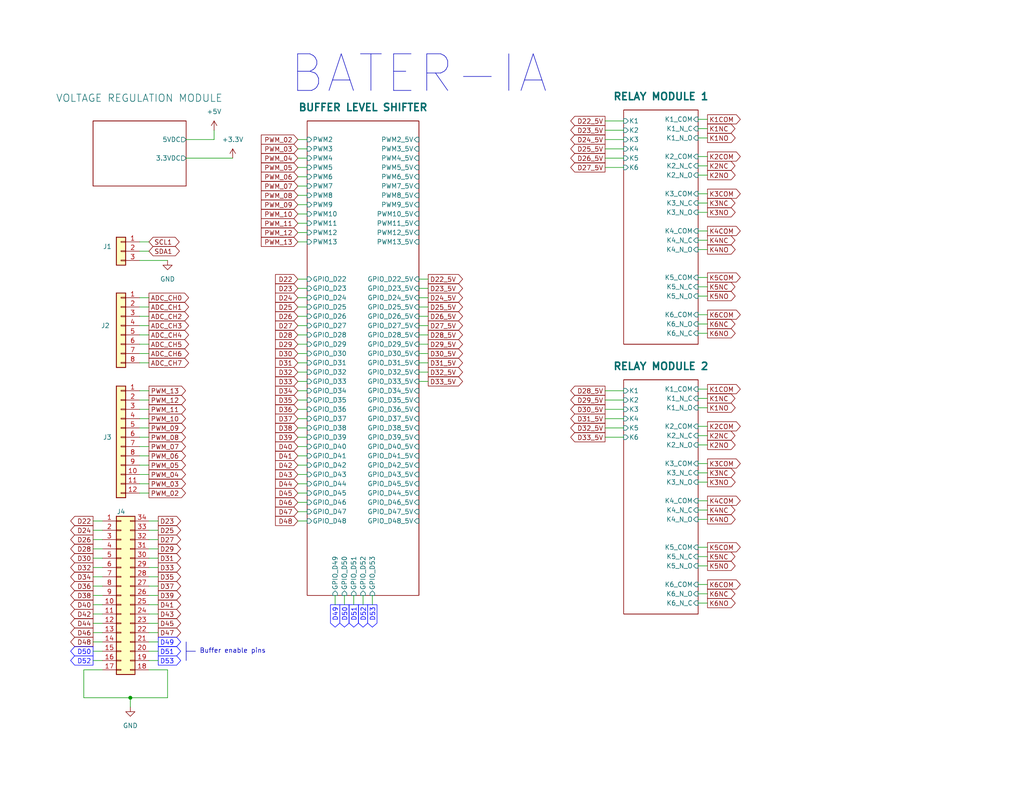
<source format=kicad_sch>
(kicad_sch (version 20231120) (generator "eeschema") (generator_version "8.0")
  (paper "A")
  (title_block (title "BATER-IA") (date "2024-11-03") (rev "001") (company "CETI") (comment 1 "Proyecto de titulacion") (comment 2 "Diseño Electronico y Sistemas Inteligentes"))
  (lib_symbols
    (symbol "Connector_Generic:Conn_01x03" (pin_names (offset 1.016) hide)
      (property "Reference" "J" (at 0 5.08 0))
      (property "Value" "Conn_01x03" (at 0 -5.08 0))
      (symbol "Conn_01x03_1_1"
        (rectangle (start -1.27 -2.413) (end 0 -2.667) (stroke (width 0.1524)))
        (rectangle (start -1.27 0.127) (end 0 -0.127) (stroke (width 0.1524)))
        (rectangle (start -1.27 2.667) (end 0 2.413) (stroke (width 0.1524)))
        (rectangle (start -1.27 3.81) (end 1.27 -3.81) (stroke (width 0.254)) (fill (type background)))
        (pin passive line (at -5.08 2.54 0) (length 3.81) (name "Pin_1") (number "1"))
        (pin passive line (at -5.08 0 0) (length 3.81) (name "Pin_2") (number "2"))
        (pin passive line (at -5.08 -2.54 0) (length 3.81) (name "Pin_3") (number "3"))
      )
    )
    (symbol "Connector_Generic:Conn_01x08" (pin_names (offset 1.016) hide)
      (property "Reference" "J" (at 0 10.16 0))
      (property "Value" "Conn_01x08" (at 0 -12.7 0))
      (symbol "Conn_01x08_1_1"
        (rectangle (start -1.27 -10.033) (end 0 -10.287) (stroke (width 0.1524)))
        (rectangle (start -1.27 -7.493) (end 0 -7.747) (stroke (width 0.1524)))
        (rectangle (start -1.27 -4.953) (end 0 -5.207) (stroke (width 0.1524)))
        (rectangle (start -1.27 -2.413) (end 0 -2.667) (stroke (width 0.1524)))
        (rectangle (start -1.27 0.127) (end 0 -0.127) (stroke (width 0.1524)))
        (rectangle (start -1.27 2.667) (end 0 2.413) (stroke (width 0.1524)))
        (rectangle (start -1.27 5.207) (end 0 4.953) (stroke (width 0.1524)))
        (rectangle (start -1.27 7.747) (end 0 7.493) (stroke (width 0.1524)))
        (rectangle (start -1.27 8.89) (end 1.27 -11.43) (stroke (width 0.254)) (fill (type background)))
        (pin passive line (at -5.08 7.62 0) (length 3.81) (name "Pin_1") (number "1"))
        (pin passive line (at -5.08 5.08 0) (length 3.81) (name "Pin_2") (number "2"))
        (pin passive line (at -5.08 2.54 0) (length 3.81) (name "Pin_3") (number "3"))
        (pin passive line (at -5.08 0 0) (length 3.81) (name "Pin_4") (number "4"))
        (pin passive line (at -5.08 -2.54 0) (length 3.81) (name "Pin_5") (number "5"))
        (pin passive line (at -5.08 -5.08 0) (length 3.81) (name "Pin_6") (number "6"))
        (pin passive line (at -5.08 -7.62 0) (length 3.81) (name "Pin_7") (number "7"))
        (pin passive line (at -5.08 -10.16 0) (length 3.81) (name "Pin_8") (number "8"))
      )
    )
    (symbol "Connector_Generic:Conn_01x12" (pin_names (offset 1.016) hide)
      (property "Reference" "J" (at 0 15.24 0))
      (property "Value" "Conn_01x12" (at 0 -17.78 0))
      (symbol "Conn_01x12_1_1"
        (rectangle (start -1.27 -15.113) (end 0 -15.367) (stroke (width 0.1524)))
        (rectangle (start -1.27 -12.573) (end 0 -12.827) (stroke (width 0.1524)))
        (rectangle (start -1.27 -10.033) (end 0 -10.287) (stroke (width 0.1524)))
        (rectangle (start -1.27 -7.493) (end 0 -7.747) (stroke (width 0.1524)))
        (rectangle (start -1.27 -4.953) (end 0 -5.207) (stroke (width 0.1524)))
        (rectangle (start -1.27 -2.413) (end 0 -2.667) (stroke (width 0.1524)))
        (rectangle (start -1.27 0.127) (end 0 -0.127) (stroke (width 0.1524)))
        (rectangle (start -1.27 2.667) (end 0 2.413) (stroke (width 0.1524)))
        (rectangle (start -1.27 5.207) (end 0 4.953) (stroke (width 0.1524)))
        (rectangle (start -1.27 7.747) (end 0 7.493) (stroke (width 0.1524)))
        (rectangle (start -1.27 10.287) (end 0 10.033) (stroke (width 0.1524)))
        (rectangle (start -1.27 12.827) (end 0 12.573) (stroke (width 0.1524)))
        (rectangle (start -1.27 13.97) (end 1.27 -16.51) (stroke (width 0.254)) (fill (type background)))
        (pin passive line (at -5.08 12.7 0) (length 3.81) (name "Pin_1") (number "1"))
        (pin passive line (at -5.08 -10.16 0) (length 3.81) (name "Pin_10") (number "10"))
        (pin passive line (at -5.08 -12.7 0) (length 3.81) (name "Pin_11") (number "11"))
        (pin passive line (at -5.08 -15.24 0) (length 3.81) (name "Pin_12") (number "12"))
        (pin passive line (at -5.08 10.16 0) (length 3.81) (name "Pin_2") (number "2"))
        (pin passive line (at -5.08 7.62 0) (length 3.81) (name "Pin_3") (number "3"))
        (pin passive line (at -5.08 5.08 0) (length 3.81) (name "Pin_4") (number "4"))
        (pin passive line (at -5.08 2.54 0) (length 3.81) (name "Pin_5") (number "5"))
        (pin passive line (at -5.08 0 0) (length 3.81) (name "Pin_6") (number "6"))
        (pin passive line (at -5.08 -2.54 0) (length 3.81) (name "Pin_7") (number "7"))
        (pin passive line (at -5.08 -5.08 0) (length 3.81) (name "Pin_8") (number "8"))
        (pin passive line (at -5.08 -7.62 0) (length 3.81) (name "Pin_9") (number "9"))
      )
    )
    (symbol "Connector_Generic:Conn_02x17_Counter_Clockwise" (pin_names (offset 1.016) hide)
      (property "Reference" "J" (at 1.27 22.86 0))
      (property "Value" "Conn_02x17_Counter_Clockwise" (at 1.27 -22.86 0))
      (symbol "Conn_02x17_Counter_Clockwise_1_1"
        (rectangle (start -1.27 -20.193) (end 0 -20.447) (stroke (width 0.1524)))
        (rectangle (start -1.27 -17.653) (end 0 -17.907) (stroke (width 0.1524)))
        (rectangle (start -1.27 -15.113) (end 0 -15.367) (stroke (width 0.1524)))
        (rectangle (start -1.27 -12.573) (end 0 -12.827) (stroke (width 0.1524)))
        (rectangle (start -1.27 -10.033) (end 0 -10.287) (stroke (width 0.1524)))
        (rectangle (start -1.27 -7.493) (end 0 -7.747) (stroke (width 0.1524)))
        (rectangle (start -1.27 -4.953) (end 0 -5.207) (stroke (width 0.1524)))
        (rectangle (start -1.27 -2.413) (end 0 -2.667) (stroke (width 0.1524)))
        (rectangle (start -1.27 0.127) (end 0 -0.127) (stroke (width 0.1524)))
        (rectangle (start -1.27 2.667) (end 0 2.413) (stroke (width 0.1524)))
        (rectangle (start -1.27 5.207) (end 0 4.953) (stroke (width 0.1524)))
        (rectangle (start -1.27 7.747) (end 0 7.493) (stroke (width 0.1524)))
        (rectangle (start -1.27 10.287) (end 0 10.033) (stroke (width 0.1524)))
        (rectangle (start -1.27 12.827) (end 0 12.573) (stroke (width 0.1524)))
        (rectangle (start -1.27 15.367) (end 0 15.113) (stroke (width 0.1524)))
        (rectangle (start -1.27 17.907) (end 0 17.653) (stroke (width 0.1524)))
        (rectangle (start -1.27 20.447) (end 0 20.193) (stroke (width 0.1524)))
        (rectangle (start -1.27 21.59) (end 3.81 -21.59) (stroke (width 0.254)) (fill (type background)))
        (rectangle (start 3.81 -20.193) (end 2.54 -20.447) (stroke (width 0.1524)))
        (rectangle (start 3.81 -17.653) (end 2.54 -17.907) (stroke (width 0.1524)))
        (rectangle (start 3.81 -15.113) (end 2.54 -15.367) (stroke (width 0.1524)))
        (rectangle (start 3.81 -12.573) (end 2.54 -12.827) (stroke (width 0.1524)))
        (rectangle (start 3.81 -10.033) (end 2.54 -10.287) (stroke (width 0.1524)))
        (rectangle (start 3.81 -7.493) (end 2.54 -7.747) (stroke (width 0.1524)))
        (rectangle (start 3.81 -4.953) (end 2.54 -5.207) (stroke (width 0.1524)))
        (rectangle (start 3.81 -2.413) (end 2.54 -2.667) (stroke (width 0.1524)))
        (rectangle (start 3.81 0.127) (end 2.54 -0.127) (stroke (width 0.1524)))
        (rectangle (start 3.81 2.667) (end 2.54 2.413) (stroke (width 0.1524)))
        (rectangle (start 3.81 5.207) (end 2.54 4.953) (stroke (width 0.1524)))
        (rectangle (start 3.81 7.747) (end 2.54 7.493) (stroke (width 0.1524)))
        (rectangle (start 3.81 10.287) (end 2.54 10.033) (stroke (width 0.1524)))
        (rectangle (start 3.81 12.827) (end 2.54 12.573) (stroke (width 0.1524)))
        (rectangle (start 3.81 15.367) (end 2.54 15.113) (stroke (width 0.1524)))
        (rectangle (start 3.81 17.907) (end 2.54 17.653) (stroke (width 0.1524)))
        (rectangle (start 3.81 20.447) (end 2.54 20.193) (stroke (width 0.1524)))
        (pin passive line (at -5.08 20.32 0) (length 3.81) (name "Pin_1") (number "1"))
        (pin passive line (at -5.08 -2.54 0) (length 3.81) (name "Pin_10") (number "10"))
        (pin passive line (at -5.08 -5.08 0) (length 3.81) (name "Pin_11") (number "11"))
        (pin passive line (at -5.08 -7.62 0) (length 3.81) (name "Pin_12") (number "12"))
        (pin passive line (at -5.08 -10.16 0) (length 3.81) (name "Pin_13") (number "13"))
        (pin passive line (at -5.08 -12.7 0) (length 3.81) (name "Pin_14") (number "14"))
        (pin passive line (at -5.08 -15.24 0) (length 3.81) (name "Pin_15") (number "15"))
        (pin passive line (at -5.08 -17.78 0) (length 3.81) (name "Pin_16") (number "16"))
        (pin passive line (at -5.08 -20.32 0) (length 3.81) (name "Pin_17") (number "17"))
        (pin passive line (at 7.62 -20.32 180) (length 3.81) (name "Pin_18") (number "18"))
        (pin passive line (at 7.62 -17.78 180) (length 3.81) (name "Pin_19") (number "19"))
        (pin passive line (at -5.08 17.78 0) (length 3.81) (name "Pin_2") (number "2"))
        (pin passive line (at 7.62 -15.24 180) (length 3.81) (name "Pin_20") (number "20"))
        (pin passive line (at 7.62 -12.7 180) (length 3.81) (name "Pin_21") (number "21"))
        (pin passive line (at 7.62 -10.16 180) (length 3.81) (name "Pin_22") (number "22"))
        (pin passive line (at 7.62 -7.62 180) (length 3.81) (name "Pin_23") (number "23"))
        (pin passive line (at 7.62 -5.08 180) (length 3.81) (name "Pin_24") (number "24"))
        (pin passive line (at 7.62 -2.54 180) (length 3.81) (name "Pin_25") (number "25"))
        (pin passive line (at 7.62 0 180) (length 3.81) (name "Pin_26") (number "26"))
        (pin passive line (at 7.62 2.54 180) (length 3.81) (name "Pin_27") (number "27"))
        (pin passive line (at 7.62 5.08 180) (length 3.81) (name "Pin_28") (number "28"))
        (pin passive line (at 7.62 7.62 180) (length 3.81) (name "Pin_29") (number "29"))
        (pin passive line (at -5.08 15.24 0) (length 3.81) (name "Pin_3") (number "3"))
        (pin passive line (at 7.62 10.16 180) (length 3.81) (name "Pin_30") (number "30"))
        (pin passive line (at 7.62 12.7 180) (length 3.81) (name "Pin_31") (number "31"))
        (pin passive line (at 7.62 15.24 180) (length 3.81) (name "Pin_32") (number "32"))
        (pin passive line (at 7.62 17.78 180) (length 3.81) (name "Pin_33") (number "33"))
        (pin passive line (at 7.62 20.32 180) (length 3.81) (name "Pin_34") (number "34"))
        (pin passive line (at -5.08 12.7 0) (length 3.81) (name "Pin_4") (number "4"))
        (pin passive line (at -5.08 10.16 0) (length 3.81) (name "Pin_5") (number "5"))
        (pin passive line (at -5.08 7.62 0) (length 3.81) (name "Pin_6") (number "6"))
        (pin passive line (at -5.08 5.08 0) (length 3.81) (name "Pin_7") (number "7"))
        (pin passive line (at -5.08 2.54 0) (length 3.81) (name "Pin_8") (number "8"))
        (pin passive line (at -5.08 0 0) (length 3.81) (name "Pin_9") (number "9"))
      )
    )
    (symbol "power:+3.3V" (power) (pin_numbers hide) (pin_names (offset 0) hide)
      (property "Value" "+3.3V" (at 0 3.556 0))
      (symbol "+3.3V_0_1"
        (polyline (pts (xy -0.762 1.27) (xy 0 2.54)))
        (polyline (pts (xy 0 0) (xy 0 2.54)))
        (polyline (pts (xy 0 2.54) (xy 0.762 1.27)))
      )
      (symbol "+3.3V_1_1"
        (pin power_in line (at 0 0 90) (length 0) (name "~") (number "1"))
      )
    )
    (symbol "power:+5V" (power) (pin_numbers hide) (pin_names (offset 0) hide)
      (property "Value" "+5V" (at 0 3.556 0))
      (symbol "+5V_0_1"
        (polyline (pts (xy -0.762 1.27) (xy 0 2.54)))
        (polyline (pts (xy 0 0) (xy 0 2.54)))
        (polyline (pts (xy 0 2.54) (xy 0.762 1.27)))
      )
      (symbol "+5V_1_1"
        (pin power_in line (at 0 0 90) (length 0) (name "~") (number "1"))
      )
    )
    (symbol "power:GND" (power) (pin_numbers hide) (pin_names (offset 0) hide)
      (property "Value" "GND" (at 0 -3.81 0))
      (symbol "GND_0_1"
        (polyline (pts (xy 0 0) (xy 0 -1.27) (xy 1.27 -1.27) (xy 0 -2.54) (xy -1.27 -1.27) (xy 0 -1.27)))
      )
      (symbol "GND_1_1"
        (pin power_in line (at 0 0 270) (length 0) (name "~") (number "1"))
      )
    )
  )
  (junction (at 35.56 190.5))
  (wire (pts (xy 40.64 106.68) (xy 38.1 106.68)))
  (wire (pts (xy 165.1 40.64) (xy 170.18 40.64)))
  (wire (pts (xy 81.28 134.62) (xy 83.82 134.62)))
  (wire (pts (xy 193.04 32.58) (xy 190.5 32.58)))
  (wire (pts (xy 81.28 78.74) (xy 83.82 78.74)))
  (wire (pts (xy 193.04 149.42) (xy 190.5 149.42)))
  (wire (pts (xy 25.4 162.56) (xy 27.94 162.56)))
  (wire (pts (xy 81.28 48.26) (xy 83.82 48.26)))
  (wire (pts (xy 81.28 40.64) (xy 83.82 40.64)))
  (wire (pts (xy 165.1 38.1) (xy 170.18 38.1)))
  (wire (pts (xy 116.84 99.06) (xy 114.3 99.06)))
  (wire (pts (xy 193.04 75.76) (xy 190.5 75.76)))
  (wire (pts (xy 40.64 81.28) (xy 38.1 81.28)))
  (polyline (pts (xy 50.8 175.26) (xy 50.8 180.34)))
  (wire (pts (xy 193.04 63.06) (xy 190.5 63.06)))
  (wire (pts (xy 116.84 88.9) (xy 114.3 88.9)))
  (wire (pts (xy 193.04 126.56) (xy 190.5 126.56)))
  (wire (pts (xy 99.06 165.1) (xy 99.06 162.56)))
  (wire (pts (xy 81.28 55.88) (xy 83.82 55.88)))
  (wire (pts (xy 58.42 35.56) (xy 58.42 38.1)))
  (wire (pts (xy 190.5 164.66) (xy 193.04 164.66)))
  (wire (pts (xy 190.5 68.14) (xy 193.04 68.14)))
  (wire (pts (xy 27.94 182.88) (xy 22.86 182.88)))
  (wire (pts (xy 40.64 86.36) (xy 38.1 86.36)))
  (wire (pts (xy 22.86 190.5) (xy 35.56 190.5)))
  (wire (pts (xy 81.28 91.44) (xy 83.82 91.44)))
  (wire (pts (xy 116.84 83.82) (xy 114.3 83.82)))
  (wire (pts (xy 43.18 154.94) (xy 40.64 154.94)))
  (wire (pts (xy 165.1 35.56) (xy 170.18 35.56)))
  (wire (pts (xy 25.4 172.72) (xy 27.94 172.72)))
  (wire (pts (xy 116.84 81.28) (xy 114.3 81.28)))
  (wire (pts (xy 165.1 33.02) (xy 170.18 33.02)))
  (wire (pts (xy 165.1 45.72) (xy 170.18 45.72)))
  (wire (pts (xy 81.28 142.24) (xy 83.82 142.24)))
  (wire (pts (xy 81.28 38.1) (xy 83.82 38.1)))
  (wire (pts (xy 81.28 83.82) (xy 83.82 83.82)))
  (wire (pts (xy 116.84 76.2) (xy 114.3 76.2)))
  (wire (pts (xy 190.5 151.96) (xy 193.04 151.96)))
  (wire (pts (xy 101.6 165.1) (xy 101.6 162.56)))
  (wire (pts (xy 40.64 119.38) (xy 38.1 119.38)))
  (wire (pts (xy 40.64 96.52) (xy 38.1 96.52)))
  (wire (pts (xy 116.84 93.98) (xy 114.3 93.98)))
  (wire (pts (xy 190.5 37.66) (xy 193.04 37.66)))
  (wire (pts (xy 81.28 58.42) (xy 83.82 58.42)))
  (wire (pts (xy 116.84 78.74) (xy 114.3 78.74)))
  (wire (pts (xy 116.84 101.6) (xy 114.3 101.6)))
  (wire (pts (xy 50.8 38.1) (xy 58.42 38.1)))
  (wire (pts (xy 81.28 76.2) (xy 83.82 76.2)))
  (wire (pts (xy 116.84 96.52) (xy 114.3 96.52)))
  (wire (pts (xy 190.5 57.98) (xy 193.04 57.98)))
  (wire (pts (xy 25.4 152.4) (xy 27.94 152.4)))
  (wire (pts (xy 93.98 165.1) (xy 93.98 162.56)))
  (wire (pts (xy 22.86 182.88) (xy 22.86 190.5)))
  (wire (pts (xy 165.1 114.3) (xy 170.18 114.3)))
  (wire (pts (xy 40.64 121.92) (xy 38.1 121.92)))
  (wire (pts (xy 190.5 91) (xy 193.04 91)))
  (wire (pts (xy 81.28 99.06) (xy 83.82 99.06)))
  (wire (pts (xy 190.5 80.84) (xy 193.04 80.84)))
  (wire (pts (xy 38.1 129.54) (xy 40.64 129.54)))
  (wire (pts (xy 81.28 66.04) (xy 83.82 66.04)))
  (wire (pts (xy 193.04 116.4) (xy 190.5 116.4)))
  (wire (pts (xy 193.04 42.74) (xy 190.5 42.74)))
  (wire (pts (xy 43.18 149.86) (xy 40.64 149.86)))
  (wire (pts (xy 45.72 190.5) (xy 35.56 190.5)))
  (wire (pts (xy 81.28 63.5) (xy 83.82 63.5)))
  (wire (pts (xy 35.56 190.5) (xy 35.56 193.04)))
  (wire (pts (xy 25.4 165.1) (xy 27.94 165.1)))
  (wire (pts (xy 45.72 182.88) (xy 45.72 190.5)))
  (wire (pts (xy 81.28 60.96) (xy 83.82 60.96)))
  (wire (pts (xy 193.04 159.58) (xy 190.5 159.58)))
  (wire (pts (xy 40.64 127) (xy 38.1 127)))
  (wire (pts (xy 40.64 88.9) (xy 38.1 88.9)))
  (wire (pts (xy 81.28 121.92) (xy 83.82 121.92)))
  (wire (pts (xy 81.28 88.9) (xy 83.82 88.9)))
  (wire (pts (xy 193.04 52.9) (xy 190.5 52.9)))
  (wire (pts (xy 25.4 157.48) (xy 27.94 157.48)))
  (wire (pts (xy 81.28 45.72) (xy 83.82 45.72)))
  (wire (pts (xy 40.64 124.46) (xy 38.1 124.46)))
  (wire (pts (xy 81.28 137.16) (xy 83.82 137.16)))
  (wire (pts (xy 25.4 175.26) (xy 27.94 175.26)))
  (wire (pts (xy 43.18 157.48) (xy 40.64 157.48)))
  (wire (pts (xy 25.4 149.86) (xy 27.94 149.86)))
  (wire (pts (xy 81.28 104.14) (xy 83.82 104.14)))
  (wire (pts (xy 43.18 177.8) (xy 40.64 177.8)))
  (wire (pts (xy 165.1 106.68) (xy 170.18 106.68)))
  (wire (pts (xy 25.4 160.02) (xy 27.94 160.02)))
  (polyline (pts (xy 50.8 177.8) (xy 53.34 177.8)))
  (wire (pts (xy 190.5 108.78) (xy 193.04 108.78)))
  (wire (pts (xy 81.28 109.22) (xy 83.82 109.22)))
  (wire (pts (xy 81.28 129.54) (xy 83.82 129.54)))
  (wire (pts (xy 81.28 116.84) (xy 83.82 116.84)))
  (wire (pts (xy 25.4 142.24) (xy 27.94 142.24)))
  (wire (pts (xy 43.18 165.1) (xy 40.64 165.1)))
  (wire (pts (xy 81.28 124.46) (xy 83.82 124.46)))
  (wire (pts (xy 81.28 139.7) (xy 83.82 139.7)))
  (wire (pts (xy 190.5 141.8) (xy 193.04 141.8)))
  (wire (pts (xy 40.64 182.88) (xy 45.72 182.88)))
  (wire (pts (xy 190.5 131.64) (xy 193.04 131.64)))
  (wire (pts (xy 116.84 91.44) (xy 114.3 91.44)))
  (wire (pts (xy 50.8 43.18) (xy 63.5 43.18)))
  (wire (pts (xy 40.64 114.3) (xy 38.1 114.3)))
  (wire (pts (xy 96.52 165.1) (xy 96.52 162.56)))
  (wire (pts (xy 43.18 162.56) (xy 40.64 162.56)))
  (wire (pts (xy 38.1 71.12) (xy 45.72 71.12)))
  (wire (pts (xy 40.64 111.76) (xy 38.1 111.76)))
  (wire (pts (xy 25.4 144.78) (xy 27.94 144.78)))
  (wire (pts (xy 91.44 165.1) (xy 91.44 162.56)))
  (wire (pts (xy 165.1 109.22) (xy 170.18 109.22)))
  (wire (pts (xy 40.64 109.22) (xy 38.1 109.22)))
  (wire (pts (xy 165.1 111.76) (xy 170.18 111.76)))
  (wire (pts (xy 190.5 47.82) (xy 193.04 47.82)))
  (wire (pts (xy 190.5 154.5) (xy 193.04 154.5)))
  (wire (pts (xy 25.4 154.94) (xy 27.94 154.94)))
  (wire (pts (xy 165.1 43.18) (xy 170.18 43.18)))
  (wire (pts (xy 43.18 147.32) (xy 40.64 147.32)))
  (wire (pts (xy 40.64 91.44) (xy 38.1 91.44)))
  (wire (pts (xy 40.64 83.82) (xy 38.1 83.82)))
  (wire (pts (xy 81.28 114.3) (xy 83.82 114.3)))
  (wire (pts (xy 81.28 106.68) (xy 83.82 106.68)))
  (wire (pts (xy 81.28 81.28) (xy 83.82 81.28)))
  (wire (pts (xy 40.64 99.06) (xy 38.1 99.06)))
  (wire (pts (xy 43.18 170.18) (xy 40.64 170.18)))
  (wire (pts (xy 38.1 132.08) (xy 40.64 132.08)))
  (wire (pts (xy 25.4 180.34) (xy 27.94 180.34)))
  (wire (pts (xy 25.4 177.8) (xy 27.94 177.8)))
  (wire (pts (xy 190.5 65.6) (xy 193.04 65.6)))
  (wire (pts (xy 43.18 144.78) (xy 40.64 144.78)))
  (wire (pts (xy 38.1 134.62) (xy 40.64 134.62)))
  (wire (pts (xy 81.28 111.76) (xy 83.82 111.76)))
  (wire (pts (xy 190.5 121.48) (xy 193.04 121.48)))
  (wire (pts (xy 43.18 175.26) (xy 40.64 175.26)))
  (wire (pts (xy 25.4 170.18) (xy 27.94 170.18)))
  (wire (pts (xy 190.5 88.46) (xy 193.04 88.46)))
  (wire (pts (xy 190.5 139.26) (xy 193.04 139.26)))
  (wire (pts (xy 25.4 147.32) (xy 27.94 147.32)))
  (wire (pts (xy 81.28 96.52) (xy 83.82 96.52)))
  (wire (pts (xy 193.04 106.24) (xy 190.5 106.24)))
  (wire (pts (xy 81.28 119.38) (xy 83.82 119.38)))
  (wire (pts (xy 165.1 119.38) (xy 170.18 119.38)))
  (wire (pts (xy 165.1 116.84) (xy 170.18 116.84)))
  (wire (pts (xy 43.18 172.72) (xy 40.64 172.72)))
  (wire (pts (xy 193.04 136.72) (xy 190.5 136.72)))
  (wire (pts (xy 40.64 116.84) (xy 38.1 116.84)))
  (wire (pts (xy 81.28 93.98) (xy 83.82 93.98)))
  (wire (pts (xy 190.5 111.32) (xy 193.04 111.32)))
  (wire (pts (xy 190.5 35.12) (xy 193.04 35.12)))
  (wire (pts (xy 116.84 86.36) (xy 114.3 86.36)))
  (wire (pts (xy 81.28 43.18) (xy 83.82 43.18)))
  (wire (pts (xy 116.84 104.14) (xy 114.3 104.14)))
  (wire (pts (xy 40.64 66.04) (xy 38.1 66.04)))
  (wire (pts (xy 81.28 50.8) (xy 83.82 50.8)))
  (wire (pts (xy 190.5 129.1) (xy 193.04 129.1)))
  (wire (pts (xy 190.5 118.94) (xy 193.04 118.94)))
  (wire (pts (xy 25.4 167.64) (xy 27.94 167.64)))
  (wire (pts (xy 43.18 142.24) (xy 40.64 142.24)))
  (wire (pts (xy 81.28 127) (xy 83.82 127)))
  (wire (pts (xy 81.28 101.6) (xy 83.82 101.6)))
  (wire (pts (xy 40.64 93.98) (xy 38.1 93.98)))
  (wire (pts (xy 40.64 68.58) (xy 38.1 68.58)))
  (wire (pts (xy 43.18 160.02) (xy 40.64 160.02)))
  (wire (pts (xy 190.5 78.3) (xy 193.04 78.3)))
  (wire (pts (xy 190.5 162.12) (xy 193.04 162.12)))
  (wire (pts (xy 190.5 45.28) (xy 193.04 45.28)))
  (wire (pts (xy 43.18 180.34) (xy 40.64 180.34)))
  (wire (pts (xy 43.18 167.64) (xy 40.64 167.64)))
  (wire (pts (xy 193.04 85.92) (xy 190.5 85.92)))
  (wire (pts (xy 43.18 152.4) (xy 40.64 152.4)))
  (wire (pts (xy 190.5 55.44) (xy 193.04 55.44)))
  (wire (pts (xy 81.28 86.36) (xy 83.82 86.36)))
  (wire (pts (xy 81.28 132.08) (xy 83.82 132.08)))
  (wire (pts (xy 81.28 53.34) (xy 83.82 53.34)))
  (text "Buffer enable pins\n" (at 63.5 177.8 0) (effects (font (size 1.27 1.27))))
  (text "BATER-IA\n" (at 114.3 20.32 0) (effects (font (size 10 10))))
  (global_label "D34" (shape output) (at 25.4 157.48 180) (property "Intersheetrefs" "${INTERSHEET_REFS}" (effects (hide yes))))
  (global_label "D26_5V" (shape output) (at 116.84 86.36 0) (property "Intersheetrefs" "${INTERSHEET_REFS}" (effects (hide yes))))
  (global_label "D46" (shape output) (at 25.4 172.72 180) (property "Intersheetrefs" "${INTERSHEET_REFS}" (effects (hide yes))))
  (global_label "K4COM" (shape output) (at 193.04 63.06 0) (property "Intersheetrefs" "${INTERSHEET_REFS}" (effects (hide yes))))
  (global_label "D29" (shape input) (at 81.28 93.98 180) (property "Intersheetrefs" "${INTERSHEET_REFS}" (effects (hide yes))))
  (global_label "D31" (shape input) (at 81.28 99.06 180) (property "Intersheetrefs" "${INTERSHEET_REFS}" (effects (hide yes))))
  (global_label "D51" (shape output) (at 96.52 165.1 270) (property "Intersheetrefs" "${INTERSHEET_REFS}" (effects (hide yes))))
  (global_label "D28" (shape input) (at 81.28 91.44 180) (property "Intersheetrefs" "${INTERSHEET_REFS}" (effects (hide yes))))
  (global_label "D48" (shape input) (at 81.28 142.24 180) (property "Intersheetrefs" "${INTERSHEET_REFS}" (effects (hide yes))))
  (global_label "D44" (shape input) (at 81.28 132.08 180) (property "Intersheetrefs" "${INTERSHEET_REFS}" (effects (hide yes))))
  (global_label "D37" (shape input) (at 81.28 114.3 180) (property "Intersheetrefs" "${INTERSHEET_REFS}" (effects (hide yes))))
  (global_label "K4COM" (shape output) (at 193.04 136.72 0) (property "Intersheetrefs" "${INTERSHEET_REFS}" (effects (hide yes))))
  (global_label "ADC_CH5" (shape output) (at 40.64 93.98 0) (property "Intersheetrefs" "${INTERSHEET_REFS}" (effects (hide yes))))
  (global_label "D25" (shape input) (at 81.28 83.82 180) (property "Intersheetrefs" "${INTERSHEET_REFS}" (effects (hide yes))))
  (global_label "K6NO" (shape output) (at 193.04 91 0) (property "Intersheetrefs" "${INTERSHEET_REFS}" (effects (hide yes))))
  (global_label "D26_5V" (shape output) (at 165.1 43.18 180) (property "Intersheetrefs" "${INTERSHEET_REFS}" (effects (hide yes))))
  (global_label "D27" (shape output) (at 43.18 147.32 0) (property "Intersheetrefs" "${INTERSHEET_REFS}" (effects (hide yes))))
  (global_label "D36" (shape output) (at 25.4 160.02 180) (property "Intersheetrefs" "${INTERSHEET_REFS}" (effects (hide yes))))
  (global_label "D52" (shape output) (at 99.06 165.1 270) (property "Intersheetrefs" "${INTERSHEET_REFS}" (effects (hide yes))))
  (global_label "D50" (shape output) (at 93.98 165.1 270) (property "Intersheetrefs" "${INTERSHEET_REFS}" (effects (hide yes))))
  (global_label "D35" (shape output) (at 43.18 157.48 0) (property "Intersheetrefs" "${INTERSHEET_REFS}" (effects (hide yes))))
  (global_label "D50" (shape output) (at 25.4 177.8 180) (property "Intersheetrefs" "${INTERSHEET_REFS}" (effects (hide yes))))
  (global_label "D28_5V" (shape output) (at 116.84 91.44 0) (property "Intersheetrefs" "${INTERSHEET_REFS}" (effects (hide yes))))
  (global_label "K2NO" (shape output) (at 193.04 47.82 0) (property "Intersheetrefs" "${INTERSHEET_REFS}" (effects (hide yes))))
  (global_label "D24_5V" (shape output) (at 116.84 81.28 0) (property "Intersheetrefs" "${INTERSHEET_REFS}" (effects (hide yes))))
  (global_label "K1COM" (shape output) (at 193.04 32.58 0) (property "Intersheetrefs" "${INTERSHEET_REFS}" (effects (hide yes))))
  (global_label "PWM_07" (shape output) (at 40.64 121.92 0) (property "Intersheetrefs" "${INTERSHEET_REFS}" (effects (hide yes))))
  (global_label "ADC_CH2" (shape output) (at 40.64 86.36 0) (property "Intersheetrefs" "${INTERSHEET_REFS}" (effects (hide yes))))
  (global_label "SCL1" (shape bidirectional) (at 40.64 66.04 0) (property "Intersheetrefs" "${INTERSHEET_REFS}" (effects (hide yes))))
  (global_label "D51" (shape output) (at 43.18 177.8 0) (property "Intersheetrefs" "${INTERSHEET_REFS}" (effects (hide yes))))
  (global_label "D33_5V" (shape output) (at 165.1 119.38 180) (property "Intersheetrefs" "${INTERSHEET_REFS}" (effects (hide yes))))
  (global_label "D44" (shape output) (at 25.4 170.18 180) (property "Intersheetrefs" "${INTERSHEET_REFS}" (effects (hide yes))))
  (global_label "K6COM" (shape output) (at 193.04 159.58 0) (property "Intersheetrefs" "${INTERSHEET_REFS}" (effects (hide yes))))
  (global_label "K5NO" (shape output) (at 193.04 80.84 0) (property "Intersheetrefs" "${INTERSHEET_REFS}" (effects (hide yes))))
  (global_label "D33" (shape input) (at 81.28 104.14 180) (property "Intersheetrefs" "${INTERSHEET_REFS}" (effects (hide yes))))
  (global_label "PWM_11" (shape output) (at 40.64 111.76 0) (property "Intersheetrefs" "${INTERSHEET_REFS}" (effects (hide yes))))
  (global_label "D23_5V" (shape output) (at 116.84 78.74 0) (property "Intersheetrefs" "${INTERSHEET_REFS}" (effects (hide yes))))
  (global_label "D41" (shape input) (at 81.28 124.46 180) (property "Intersheetrefs" "${INTERSHEET_REFS}" (effects (hide yes))))
  (global_label "PWM_06" (shape output) (at 40.64 124.46 0) (property "Intersheetrefs" "${INTERSHEET_REFS}" (effects (hide yes))))
  (global_label "K5COM" (shape output) (at 193.04 75.76 0) (property "Intersheetrefs" "${INTERSHEET_REFS}" (effects (hide yes))))
  (global_label "D33_5V" (shape output) (at 116.84 104.14 0) (property "Intersheetrefs" "${INTERSHEET_REFS}" (effects (hide yes))))
  (global_label "D24_5V" (shape output) (at 165.1 38.1 180) (property "Intersheetrefs" "${INTERSHEET_REFS}" (effects (hide yes))))
  (global_label "ADC_CH7" (shape output) (at 40.64 99.06 0) (property "Intersheetrefs" "${INTERSHEET_REFS}" (effects (hide yes))))
  (global_label "K4NO" (shape output) (at 193.04 141.8 0) (property "Intersheetrefs" "${INTERSHEET_REFS}" (effects (hide yes))))
  (global_label "D29_5V" (shape output) (at 116.84 93.98 0) (property "Intersheetrefs" "${INTERSHEET_REFS}" (effects (hide yes))))
  (global_label "K2NC" (shape output) (at 193.04 45.28 0) (property "Intersheetrefs" "${INTERSHEET_REFS}" (effects (hide yes))))
  (global_label "D37" (shape output) (at 43.18 160.02 0) (property "Intersheetrefs" "${INTERSHEET_REFS}" (effects (hide yes))))
  (global_label "K5COM" (shape output) (at 193.04 149.42 0) (property "Intersheetrefs" "${INTERSHEET_REFS}" (effects (hide yes))))
  (global_label "PWM_04" (shape input) (at 81.28 43.18 180) (property "Intersheetrefs" "${INTERSHEET_REFS}" (effects (hide yes))))
  (global_label "D42" (shape input) (at 81.28 127 180) (property "Intersheetrefs" "${INTERSHEET_REFS}" (effects (hide yes))))
  (global_label "D45" (shape input) (at 81.28 134.62 180) (property "Intersheetrefs" "${INTERSHEET_REFS}" (effects (hide yes))))
  (global_label "D27_5V" (shape output) (at 165.1 45.72 180) (property "Intersheetrefs" "${INTERSHEET_REFS}" (effects (hide yes))))
  (global_label "D29_5V" (shape output) (at 165.1 109.22 180) (property "Intersheetrefs" "${INTERSHEET_REFS}" (effects (hide yes))))
  (global_label "D24" (shape input) (at 81.28 81.28 180) (property "Intersheetrefs" "${INTERSHEET_REFS}" (effects (hide yes))))
  (global_label "D36" (shape input) (at 81.28 111.76 180) (property "Intersheetrefs" "${INTERSHEET_REFS}" (effects (hide yes))))
  (global_label "D48" (shape output) (at 25.4 175.26 180) (property "Intersheetrefs" "${INTERSHEET_REFS}" (effects (hide yes))))
  (global_label "D32_5V" (shape output) (at 165.1 116.84 180) (property "Intersheetrefs" "${INTERSHEET_REFS}" (effects (hide yes))))
  (global_label "D29" (shape output) (at 43.18 149.86 0) (property "Intersheetrefs" "${INTERSHEET_REFS}" (effects (hide yes))))
  (global_label "PWM_12" (shape input) (at 81.28 63.5 180) (property "Intersheetrefs" "${INTERSHEET_REFS}" (effects (hide yes))))
  (global_label "PWM_10" (shape input) (at 81.28 58.42 180) (property "Intersheetrefs" "${INTERSHEET_REFS}" (effects (hide yes))))
  (global_label "D32_5V" (shape output) (at 116.84 101.6 0) (property "Intersheetrefs" "${INTERSHEET_REFS}" (effects (hide yes))))
  (global_label "D46" (shape input) (at 81.28 137.16 180) (property "Intersheetrefs" "${INTERSHEET_REFS}" (effects (hide yes))))
  (global_label "PWM_03" (shape input) (at 81.28 40.64 180) (property "Intersheetrefs" "${INTERSHEET_REFS}" (effects (hide yes))))
  (global_label "PWM_07" (shape input) (at 81.28 50.8 180) (property "Intersheetrefs" "${INTERSHEET_REFS}" (effects (hide yes))))
  (global_label "K1NO" (shape output) (at 193.04 37.66 0) (property "Intersheetrefs" "${INTERSHEET_REFS}" (effects (hide yes))))
  (global_label "K6NO" (shape output) (at 193.04 164.66 0) (property "Intersheetrefs" "${INTERSHEET_REFS}" (effects (hide yes))))
  (global_label "PWM_03" (shape output) (at 40.64 132.08 0) (property "Intersheetrefs" "${INTERSHEET_REFS}" (effects (hide yes))))
  (global_label "K6COM" (shape output) (at 193.04 85.92 0) (property "Intersheetrefs" "${INTERSHEET_REFS}" (effects (hide yes))))
  (global_label "K1NO" (shape output) (at 193.04 111.32 0) (property "Intersheetrefs" "${INTERSHEET_REFS}" (effects (hide yes))))
  (global_label "K4NO" (shape output) (at 193.04 68.14 0) (property "Intersheetrefs" "${INTERSHEET_REFS}" (effects (hide yes))))
  (global_label "K3NO" (shape output) (at 193.04 131.64 0) (property "Intersheetrefs" "${INTERSHEET_REFS}" (effects (hide yes))))
  (global_label "D25_5V" (shape output) (at 165.1 40.64 180) (property "Intersheetrefs" "${INTERSHEET_REFS}" (effects (hide yes))))
  (global_label "D34" (shape input) (at 81.28 106.68 180) (property "Intersheetrefs" "${INTERSHEET_REFS}" (effects (hide yes))))
  (global_label "PWM_02" (shape input) (at 81.28 38.1 180) (property "Intersheetrefs" "${INTERSHEET_REFS}" (effects (hide yes))))
  (global_label "ADC_CH0" (shape output) (at 40.64 81.28 0) (property "Intersheetrefs" "${INTERSHEET_REFS}" (effects (hide yes))))
  (global_label "PWM_05" (shape output) (at 40.64 127 0) (property "Intersheetrefs" "${INTERSHEET_REFS}" (effects (hide yes))))
  (global_label "D53" (shape output) (at 101.6 165.1 270) (property "Intersheetrefs" "${INTERSHEET_REFS}" (effects (hide yes))))
  (global_label "K2NC" (shape output) (at 193.04 118.94 0) (property "Intersheetrefs" "${INTERSHEET_REFS}" (effects (hide yes))))
  (global_label "D47" (shape input) (at 81.28 139.7 180) (property "Intersheetrefs" "${INTERSHEET_REFS}" (effects (hide yes))))
  (global_label "D52" (shape output) (at 25.4 180.34 180) (property "Intersheetrefs" "${INTERSHEET_REFS}" (effects (hide yes))))
  (global_label "ADC_CH6" (shape output) (at 40.64 96.52 0) (property "Intersheetrefs" "${INTERSHEET_REFS}" (effects (hide yes))))
  (global_label "K1COM" (shape output) (at 193.04 106.24 0) (property "Intersheetrefs" "${INTERSHEET_REFS}" (effects (hide yes))))
  (global_label "D22_5V" (shape output) (at 165.1 33.02 180) (property "Intersheetrefs" "${INTERSHEET_REFS}" (effects (hide yes))))
  (global_label "D47" (shape output) (at 43.18 172.72 0) (property "Intersheetrefs" "${INTERSHEET_REFS}" (effects (hide yes))))
  (global_label "D30_5V" (shape output) (at 116.84 96.52 0) (property "Intersheetrefs" "${INTERSHEET_REFS}" (effects (hide yes))))
  (global_label "D53" (shape output) (at 43.18 180.34 0) (property "Intersheetrefs" "${INTERSHEET_REFS}" (effects (hide yes))))
  (global_label "PWM_08" (shape input) (at 81.28 53.34 180) (property "Intersheetrefs" "${INTERSHEET_REFS}" (effects (hide yes))))
  (global_label "PWM_10" (shape output) (at 40.64 114.3 0) (property "Intersheetrefs" "${INTERSHEET_REFS}" (effects (hide yes))))
  (global_label "PWM_06" (shape input) (at 81.28 48.26 180) (property "Intersheetrefs" "${INTERSHEET_REFS}" (effects (hide yes))))
  (global_label "D23" (shape input) (at 81.28 78.74 180) (property "Intersheetrefs" "${INTERSHEET_REFS}" (effects (hide yes))))
  (global_label "D26" (shape input) (at 81.28 86.36 180) (property "Intersheetrefs" "${INTERSHEET_REFS}" (effects (hide yes))))
  (global_label "D40" (shape output) (at 25.4 165.1 180) (property "Intersheetrefs" "${INTERSHEET_REFS}" (effects (hide yes))))
  (global_label "D35" (shape input) (at 81.28 109.22 180) (property "Intersheetrefs" "${INTERSHEET_REFS}" (effects (hide yes))))
  (global_label "ADC_CH3" (shape output) (at 40.64 88.9 0) (property "Intersheetrefs" "${INTERSHEET_REFS}" (effects (hide yes))))
  (global_label "D30" (shape input) (at 81.28 96.52 180) (property "Intersheetrefs" "${INTERSHEET_REFS}" (effects (hide yes))))
  (global_label "D42" (shape output) (at 25.4 167.64 180) (property "Intersheetrefs" "${INTERSHEET_REFS}" (effects (hide yes))))
  (global_label "K6NC" (shape output) (at 193.04 162.12 0) (property "Intersheetrefs" "${INTERSHEET_REFS}" (effects (hide yes))))
  (global_label "D22" (shape output) (at 25.4 142.24 180) (property "Intersheetrefs" "${INTERSHEET_REFS}" (effects (hide yes))))
  (global_label "K3NC" (shape output) (at 193.04 55.44 0) (property "Intersheetrefs" "${INTERSHEET_REFS}" (effects (hide yes))))
  (global_label "D22" (shape input) (at 81.28 76.2 180) (property "Intersheetrefs" "${INTERSHEET_REFS}" (effects (hide yes))))
  (global_label "D23_5V" (shape output) (at 165.1 35.56 180) (property "Intersheetrefs" "${INTERSHEET_REFS}" (effects (hide yes))))
  (global_label "K4NC" (shape output) (at 193.04 139.26 0) (property "Intersheetrefs" "${INTERSHEET_REFS}" (effects (hide yes))))
  (global_label "D33" (shape output) (at 43.18 154.94 0) (property "Intersheetrefs" "${INTERSHEET_REFS}" (effects (hide yes))))
  (global_label "D38" (shape input) (at 81.28 116.84 180) (property "Intersheetrefs" "${INTERSHEET_REFS}" (effects (hide yes))))
  (global_label "SDA1" (shape bidirectional) (at 40.64 68.58 0) (property "Intersheetrefs" "${INTERSHEET_REFS}" (effects (hide yes))))
  (global_label "D43" (shape input) (at 81.28 129.54 180) (property "Intersheetrefs" "${INTERSHEET_REFS}" (effects (hide yes))))
  (global_label "D28" (shape output) (at 25.4 149.86 180) (property "Intersheetrefs" "${INTERSHEET_REFS}" (effects (hide yes))))
  (global_label "PWM_13" (shape output) (at 40.64 106.68 0) (property "Intersheetrefs" "${INTERSHEET_REFS}" (effects (hide yes))))
  (global_label "K1NC" (shape output) (at 193.04 35.12 0) (property "Intersheetrefs" "${INTERSHEET_REFS}" (effects (hide yes))))
  (global_label "PWM_02" (shape output) (at 40.64 134.62 0) (property "Intersheetrefs" "${INTERSHEET_REFS}" (effects (hide yes))))
  (global_label "D49" (shape output) (at 91.44 165.1 270) (property "Intersheetrefs" "${INTERSHEET_REFS}" (effects (hide yes))))
  (global_label "D23" (shape output) (at 43.18 142.24 0) (property "Intersheetrefs" "${INTERSHEET_REFS}" (effects (hide yes))))
  (global_label "D25_5V" (shape output) (at 116.84 83.82 0) (property "Intersheetrefs" "${INTERSHEET_REFS}" (effects (hide yes))))
  (global_label "K3NC" (shape output) (at 193.04 129.1 0) (property "Intersheetrefs" "${INTERSHEET_REFS}" (effects (hide yes))))
  (global_label "K2NO" (shape output) (at 193.04 121.48 0) (property "Intersheetrefs" "${INTERSHEET_REFS}" (effects (hide yes))))
  (global_label "K1NC" (shape output) (at 193.04 108.78 0) (property "Intersheetrefs" "${INTERSHEET_REFS}" (effects (hide yes))))
  (global_label "D24" (shape output) (at 25.4 144.78 180) (property "Intersheetrefs" "${INTERSHEET_REFS}" (effects (hide yes))))
  (global_label "K4NC" (shape output) (at 193.04 65.6 0) (property "Intersheetrefs" "${INTERSHEET_REFS}" (effects (hide yes))))
  (global_label "D32" (shape input) (at 81.28 101.6 180) (property "Intersheetrefs" "${INTERSHEET_REFS}" (effects (hide yes))))
  (global_label "D38" (shape output) (at 25.4 162.56 180) (property "Intersheetrefs" "${INTERSHEET_REFS}" (effects (hide yes))))
  (global_label "D30" (shape output) (at 25.4 152.4 180) (property "Intersheetrefs" "${INTERSHEET_REFS}" (effects (hide yes))))
  (global_label "ADC_CH1" (shape output) (at 40.64 83.82 0) (property "Intersheetrefs" "${INTERSHEET_REFS}" (effects (hide yes))))
  (global_label "D27_5V" (shape output) (at 116.84 88.9 0) (property "Intersheetrefs" "${INTERSHEET_REFS}" (effects (hide yes))))
  (global_label "PWM_13" (shape input) (at 81.28 66.04 180) (property "Intersheetrefs" "${INTERSHEET_REFS}" (effects (hide yes))))
  (global_label "K6NC" (shape output) (at 193.04 88.46 0) (property "Intersheetrefs" "${INTERSHEET_REFS}" (effects (hide yes))))
  (global_label "K3COM" (shape output) (at 193.04 52.9 0) (property "Intersheetrefs" "${INTERSHEET_REFS}" (effects (hide yes))))
  (global_label "D31" (shape output) (at 43.18 152.4 0) (property "Intersheetrefs" "${INTERSHEET_REFS}" (effects (hide yes))))
  (global_label "D32" (shape output) (at 25.4 154.94 180) (property "Intersheetrefs" "${INTERSHEET_REFS}" (effects (hide yes))))
  (global_label "D49" (shape output) (at 43.18 175.26 0) (property "Intersheetrefs" "${INTERSHEET_REFS}" (effects (hide yes))))
  (global_label "K5NC" (shape output) (at 193.04 151.96 0) (property "Intersheetrefs" "${INTERSHEET_REFS}" (effects (hide yes))))
  (global_label "D25" (shape output) (at 43.18 144.78 0) (property "Intersheetrefs" "${INTERSHEET_REFS}" (effects (hide yes))))
  (global_label "PWM_05" (shape input) (at 81.28 45.72 180) (property "Intersheetrefs" "${INTERSHEET_REFS}" (effects (hide yes))))
  (global_label "K2COM" (shape output) (at 193.04 42.74 0) (property "Intersheetrefs" "${INTERSHEET_REFS}" (effects (hide yes))))
  (global_label "ADC_CH4" (shape output) (at 40.64 91.44 0) (property "Intersheetrefs" "${INTERSHEET_REFS}" (effects (hide yes))))
  (global_label "K5NC" (shape output) (at 193.04 78.3 0) (property "Intersheetrefs" "${INTERSHEET_REFS}" (effects (hide yes))))
  (global_label "PWM_12" (shape output) (at 40.64 109.22 0) (property "Intersheetrefs" "${INTERSHEET_REFS}" (effects (hide yes))))
  (global_label "D31_5V" (shape output) (at 165.1 114.3 180) (property "Intersheetrefs" "${INTERSHEET_REFS}" (effects (hide yes))))
  (global_label "D43" (shape output) (at 43.18 167.64 0) (property "Intersheetrefs" "${INTERSHEET_REFS}" (effects (hide yes))))
  (global_label "D39" (shape output) (at 43.18 162.56 0) (property "Intersheetrefs" "${INTERSHEET_REFS}" (effects (hide yes))))
  (global_label "D22_5V" (shape output) (at 116.84 76.2 0) (property "Intersheetrefs" "${INTERSHEET_REFS}" (effects (hide yes))))
  (global_label "PWM_04" (shape output) (at 40.64 129.54 0) (property "Intersheetrefs" "${INTERSHEET_REFS}" (effects (hide yes))))
  (global_label "K2COM" (shape output) (at 193.04 116.4 0) (property "Intersheetrefs" "${INTERSHEET_REFS}" (effects (hide yes))))
  (global_label "K5NO" (shape output) (at 193.04 154.5 0) (property "Intersheetrefs" "${INTERSHEET_REFS}" (effects (hide yes))))
  (global_label "PWM_11" (shape input) (at 81.28 60.96 180) (property "Intersheetrefs" "${INTERSHEET_REFS}" (effects (hide yes))))
  (global_label "PWM_09" (shape input) (at 81.28 55.88 180) (property "Intersheetrefs" "${INTERSHEET_REFS}" (effects (hide yes))))
  (global_label "D40" (shape input) (at 81.28 121.92 180) (property "Intersheetrefs" "${INTERSHEET_REFS}" (effects (hide yes))))
  (global_label "K3COM" (shape output) (at 193.04 126.56 0) (property "Intersheetrefs" "${INTERSHEET_REFS}" (effects (hide yes))))
  (global_label "D41" (shape output) (at 43.18 165.1 0) (property "Intersheetrefs" "${INTERSHEET_REFS}" (effects (hide yes))))
  (global_label "D26" (shape output) (at 25.4 147.32 180) (property "Intersheetrefs" "${INTERSHEET_REFS}" (effects (hide yes))))
  (global_label "PWM_08" (shape output) (at 40.64 119.38 0) (property "Intersheetrefs" "${INTERSHEET_REFS}" (effects (hide yes))))
  (global_label "PWM_09" (shape output) (at 40.64 116.84 0) (property "Intersheetrefs" "${INTERSHEET_REFS}" (effects (hide yes))))
  (global_label "D27" (shape input) (at 81.28 88.9 180) (property "Intersheetrefs" "${INTERSHEET_REFS}" (effects (hide yes))))
  (global_label "D45" (shape output) (at 43.18 170.18 0) (property "Intersheetrefs" "${INTERSHEET_REFS}" (effects (hide yes))))
  (global_label "D28_5V" (shape output) (at 165.1 106.68 180) (property "Intersheetrefs" "${INTERSHEET_REFS}" (effects (hide yes))))
  (global_label "K3NO" (shape output) (at 193.04 57.98 0) (property "Intersheetrefs" "${INTERSHEET_REFS}" (effects (hide yes))))
  (global_label "D39" (shape input) (at 81.28 119.38 180) (property "Intersheetrefs" "${INTERSHEET_REFS}" (effects (hide yes))))
  (global_label "D31_5V" (shape output) (at 116.84 99.06 0) (property "Intersheetrefs" "${INTERSHEET_REFS}" (effects (hide yes))))
  (global_label "D30_5V" (shape output) (at 165.1 111.76 180) (property "Intersheetrefs" "${INTERSHEET_REFS}" (effects (hide yes))))
  (symbol (lib_id "power:GND") (at 35.56 193.04 0) (unit 1)
    (property "Reference" "#PWR018" (effects (hide yes)))
    (property "Value" "GND" (at 35.56 198.12 0))
    (property "Description" "Power symbol creates a global label with name \"GND\" , ground" (effects (hide yes)))
  )
  (symbol (lib_id "Connector_Generic:Conn_01x12") (at 33.02 119.38 0) (mirror y) (unit 1)
    (property "Reference" "J3" (at 30.48 119.3799 0) (effects (justify left)))
    (property "Value" "Conn_01x12" (effects (hide yes)))
    (property "Footprint" "Connector_PinHeader_2.54mm:PinHeader_1x12_P2.54mm_Vertical" (effects (hide yes)))
    (property "Description" "Generic connector, single row, 01x12, script generated (kicad-library-utils/schlib/autogen/connector/)" (effects (hide yes)))
  )
  (symbol (lib_id "power:+3.3V") (at 63.5 43.18 0) (unit 1)
    (property "Reference" "#PWR024" (effects (hide yes)))
    (property "Value" "+3.3V" (at 63.5 38.1 0))
    (property "Description" "Power symbol creates a global label with name \"+3.3V\"" (effects (hide yes)))
  )
  (symbol (lib_id "Connector_Generic:Conn_02x17_Counter_Clockwise") (at 33.02 162.56 0) (unit 1)
    (property "Reference" "J4" (at 33.02 139.7 0))
    (property "Value" "Conn_02x17_Counter_Clockwise" (effects (hide yes)))
    (property "Description" "Generic connector, double row, 02x17, counter clockwise pin numbering scheme (similar to DIP package numbering), script generated (kicad-library-utils/schlib/autogen/connector/)" (effects (hide yes)))
  )
  (symbol (lib_id "Connector_Generic:Conn_01x03") (at 33.02 68.58 0) (mirror y) (unit 1)
    (property "Reference" "J1" (at 30.48 67.3099 0) (effects (justify left)))
    (property "Value" "Conn_01x03" (effects (hide yes)))
    (property "Footprint" "Connector_PinHeader_2.54mm:PinHeader_1x03_P2.54mm_Vertical" (effects (hide yes)))
    (property "Description" "Generic connector, single row, 01x03, script generated (kicad-library-utils/schlib/autogen/connector/)" (effects (hide yes)))
  )
  (symbol (lib_id "power:GND") (at 45.72 71.12 0) (unit 1)
    (property "Reference" "#PWR016" (effects (hide yes)))
    (property "Value" "GND" (at 45.72 76.2 0))
    (property "Description" "Power symbol creates a global label with name \"GND\" , ground" (effects (hide yes)))
  )
  (symbol (lib_id "Connector_Generic:Conn_01x08") (at 33.02 88.9 0) (mirror y) (unit 1)
    (property "Reference" "J2" (at 29.95 88.8999 0) (effects (justify left)))
    (property "Value" "Conn_01x08" (effects (hide yes)))
    (property "Footprint" "Connector_PinHeader_2.54mm:PinHeader_1x08_P2.54mm_Vertical" (effects (hide yes)))
    (property "Description" "Generic connector, single row, 01x08, script generated (kicad-library-utils/schlib/autogen/connector/)" (effects (hide yes)))
  )
  (symbol (lib_id "power:+5V") (at 58.42 35.56 0) (unit 1)
    (property "Reference" "#PWR025" (effects (hide yes)))
    (property "Value" "+5V" (at 58.42 30.48 0))
    (property "Description" "Power symbol creates a global label with name \"+5V\"" (effects (hide yes)))
  )
  (sheet (at 170.18 30.04) (size 20.32 63.94) (stroke (width 0.1524))
    (property "Sheetname" "RELAY MODULE 1" (at 180.34 27.5 0) (effects (font (size 2 2) (thickness 0.4) (bold yes)) (justify bottom)))
    (property "Sheetfile" "RELAY_MODULE_1_REV1.kicad_sch" (effects (hide yes)))
    (pin "K4" input (at 170.18 40.64 180))
    (pin "K2" input (at 170.18 35.56 180))
    (pin "K1" input (at 170.18 33.02 180))
    (pin "K6" input (at 170.18 45.72 180))
    (pin "K3" input (at 170.18 38.1 180))
    (pin "K5" input (at 170.18 43.18 180))
    (pin "K3_COM" input (at 190.5 52.9 0))
    (pin "K2_COM" input (at 190.5 42.74 0))
    (pin "K3_N_C" input (at 190.5 55.44 0))
    (pin "K3_N_O" input (at 190.5 57.98 0))
    (pin "K1_COM" input (at 190.5 32.58 0))
    (pin "K1_N_C" input (at 190.5 35.12 0))
    (pin "K1_N_O" input (at 190.5 37.66 0))
    (pin "K2_N_C" input (at 190.5 45.28 0))
    (pin "K2_N_O" input (at 190.5 47.82 0))
    (pin "K6_N_C" input (at 190.5 91 0))
    (pin "K6_N_O" input (at 190.5 88.46 0))
    (pin "K6_COM" input (at 190.5 85.92 0))
    (pin "K5_COM" input (at 190.5 75.76 0))
    (pin "K4_COM" input (at 190.5 63.06 0))
    (pin "K5_N_C" input (at 190.5 78.3 0))
    (pin "K5_N_O" input (at 190.5 80.84 0))
    (pin "K4_N_C" input (at 190.5 65.6 0))
    (pin "K4_N_O" input (at 190.5 68.14 0))
  )
  (sheet (at 170.18 103.7) (size 20.32 63.94) (stroke (width 0.1524))
    (property "Sheetname" "RELAY MODULE 2" (at 180.34 101.16 0) (effects (font (size 2 2) (thickness 0.4) (bold yes)) (justify bottom)))
    (property "Sheetfile" "RELAY_MODULE_1_REV1.kicad_sch" (effects (hide yes)))
    (pin "K4" input (at 170.18 114.3 180))
    (pin "K2" input (at 170.18 109.22 180))
    (pin "K1" input (at 170.18 106.68 180))
    (pin "K6" input (at 170.18 119.38 180))
    (pin "K3" input (at 170.18 111.76 180))
    (pin "K5" input (at 170.18 116.84 180))
    (pin "K3_COM" input (at 190.5 126.56 0))
    (pin "K2_COM" input (at 190.5 116.4 0))
    (pin "K3_N_C" input (at 190.5 129.1 0))
    (pin "K3_N_O" input (at 190.5 131.64 0))
    (pin "K1_COM" input (at 190.5 106.24 0))
    (pin "K1_N_C" input (at 190.5 108.78 0))
    (pin "K1_N_O" input (at 190.5 111.32 0))
    (pin "K2_N_C" input (at 190.5 118.94 0))
    (pin "K2_N_O" input (at 190.5 121.48 0))
    (pin "K6_N_C" input (at 190.5 164.66 0))
    (pin "K6_N_O" input (at 190.5 162.12 0))
    (pin "K6_COM" input (at 190.5 159.58 0))
    (pin "K5_COM" input (at 190.5 149.42 0))
    (pin "K4_COM" input (at 190.5 136.72 0))
    (pin "K5_N_C" input (at 190.5 151.96 0))
    (pin "K5_N_O" input (at 190.5 154.5 0))
    (pin "K4_N_C" input (at 190.5 139.26 0))
    (pin "K4_N_O" input (at 190.5 141.8 0))
  )
  (sheet (at 83.82 33.02) (size 30.48 129.54) (stroke (width 0.1524))
    (property "Sheetname" "BUFFER LEVEL SHIFTER" (at 99.06 30.48 0) (effects (font (size 2 2) (thickness 0.4) (bold yes)) (justify bottom)))
    (property "Sheetfile" "Buffer_level_shifters.kicad_sch" (effects (hide yes)))
    (pin "GPIO_D22" input (at 83.82 76.2 180))
    (pin "GPIO_D23" input (at 83.82 78.74 180))
    (pin "GPIO_D25" input (at 83.82 83.82 180))
    (pin "GPIO_D25_5V" input (at 114.3 83.82 0))
    (pin "GPIO_D24_5V" input (at 114.3 81.28 0))
    (pin "GPIO_D23_5V" input (at 114.3 78.74 0))
    (pin "GPIO_D22_5V" input (at 114.3 76.2 0))
    (pin "GPIO_D24" input (at 83.82 81.28 180))
    (pin "GPIO_D50" input (at 93.98 162.56 270))
    (pin "PWM2_5V" input (at 114.3 38.1 0))
    (pin "PWM3_5V" input (at 114.3 40.64 0))
    (pin "PWM5_5V" input (at 114.3 45.72 0))
    (pin "PWM4_5V" input (at 114.3 43.18 0))
    (pin "PWM4" input (at 83.82 43.18 180))
    (pin "PWM2" input (at 83.82 38.1 180))
    (pin "PWM5" input (at 83.82 45.72 180))
    (pin "PWM3" input (at 83.82 40.64 180))
    (pin "GPIO_D33" input (at 83.82 104.14 180))
    (pin "GPIO_D32" input (at 83.82 101.6 180))
    (pin "GPIO_D51" input (at 96.52 162.56 270))
    (pin "GPIO_D31" input (at 83.82 99.06 180))
    (pin "GPIO_D28" input (at 83.82 91.44 180))
    (pin "GPIO_D29" input (at 83.82 93.98 180))
    (pin "GPIO_D30" input (at 83.82 96.52 180))
    (pin "GPIO_D26" input (at 83.82 86.36 180))
    (pin "GPIO_D27" input (at 83.82 88.9 180))
    (pin "GPIO_D31_5V" input (at 114.3 99.06 0))
    (pin "GPIO_D32_5V" input (at 114.3 101.6 0))
    (pin "GPIO_D30_5V" input (at 114.3 96.52 0))
    (pin "GPIO_D27_5V" input (at 114.3 88.9 0))
    (pin "GPIO_D29_5V" input (at 114.3 93.98 0))
    (pin "GPIO_D28_5V" input (at 114.3 91.44 0))
    (pin "GPIO_D26_5V" input (at 114.3 86.36 0))
    (pin "GPIO_D33_5V" input (at 114.3 104.14 0))
    (pin "GPIO_D45_5V" input (at 114.3 132.08 0))
    (pin "GPIO_D43_5V" input (at 114.3 129.54 0))
    (pin "GPIO_D47_5V" input (at 114.3 139.7 0))
    (pin "GPIO_D42_5V" input (at 114.3 127 0))
    (pin "GPIO_D46_5V" input (at 114.3 137.16 0))
    (pin "GPIO_D44_5V" input (at 114.3 134.62 0))
    (pin "GPIO_D48_5V" input (at 114.3 142.24 0))
    (pin "GPIO_D47" input (at 83.82 139.7 180))
    (pin "GPIO_D53" input (at 101.6 162.56 270))
    (pin "GPIO_D48" input (at 83.82 142.24 180))
    (pin "GPIO_D43" input (at 83.82 129.54 180))
    (pin "GPIO_D46" input (at 83.82 137.16 180))
    (pin "GPIO_D45" input (at 83.82 134.62 180))
    (pin "GPIO_D44" input (at 83.82 132.08 180))
    (pin "GPIO_D42" input (at 83.82 127 180))
    (pin "GPIO_D41" input (at 83.82 124.46 180))
    (pin "GPIO_D52" input (at 99.06 162.56 270))
    (pin "GPIO_D39" input (at 83.82 119.38 180))
    (pin "GPIO_D38" input (at 83.82 116.84 180))
    (pin "GPIO_D40" input (at 83.82 121.92 180))
    (pin "GPIO_D38_5V" input (at 114.3 116.84 0))
    (pin "GPIO_D36_5V" input (at 114.3 111.76 0))
    (pin "GPIO_D40_5V" input (at 114.3 121.92 0))
    (pin "GPIO_D34_5V" input (at 114.3 106.68 0))
    (pin "GPIO_D37_5V" input (at 114.3 114.3 0))
    (pin "GPIO_D35_5V" input (at 114.3 109.22 0))
    (pin "GPIO_D39_5V" input (at 114.3 119.38 0))
    (pin "GPIO_D41_5V" input (at 114.3 124.46 0))
    (pin "GPIO_D37" input (at 83.82 114.3 180))
    (pin "GPIO_D36" input (at 83.82 111.76 180))
    (pin "GPIO_D35" input (at 83.82 109.22 180))
    (pin "GPIO_D34" input (at 83.82 106.68 180))
    (pin "PWM13" input (at 83.82 66.04 180))
    (pin "PWM12" input (at 83.82 63.5 180))
    (pin "PWM10" input (at 83.82 58.42 180))
    (pin "PWM11" input (at 83.82 60.96 180))
    (pin "GPIO_D49" input (at 91.44 162.56 270))
    (pin "PWM7" input (at 83.82 50.8 180))
    (pin "PWM6" input (at 83.82 48.26 180))
    (pin "PWM7_5V" input (at 114.3 50.8 0))
    (pin "PWM8_5V" input (at 114.3 53.34 0))
    (pin "PWM13_5V" input (at 114.3 66.04 0))
    (pin "PWM12_5V" input (at 114.3 63.5 0))
    (pin "PWM10_5V" input (at 114.3 58.42 0))
    (pin "PWM6_5V" input (at 114.3 48.26 0))
    (pin "PWM11_5V" input (at 114.3 60.96 0))
    (pin "PWM9_5V" input (at 114.3 55.88 0))
    (pin "PWM9" input (at 83.82 55.88 180))
    (pin "PWM8" input (at 83.82 53.34 180))
  )
  (sheet (at 25.4 33.02) (size 25.4 17.78) (stroke (width 0.1524))
    (property "Sheetname" "VOLTAGE REGULATION MODULE" (at 15.24 27.94 0) (effects (font (size 2 2)) (justify left bottom)))
    (property "Sheetfile" "Voltage_regulation_module.kicad_sch" (effects (hide yes)))
    (pin "5VDC" output (at 50.8 38.1 0))
    (pin "3.3VDC" output (at 50.8 43.18 0))
  )
)
</source>
